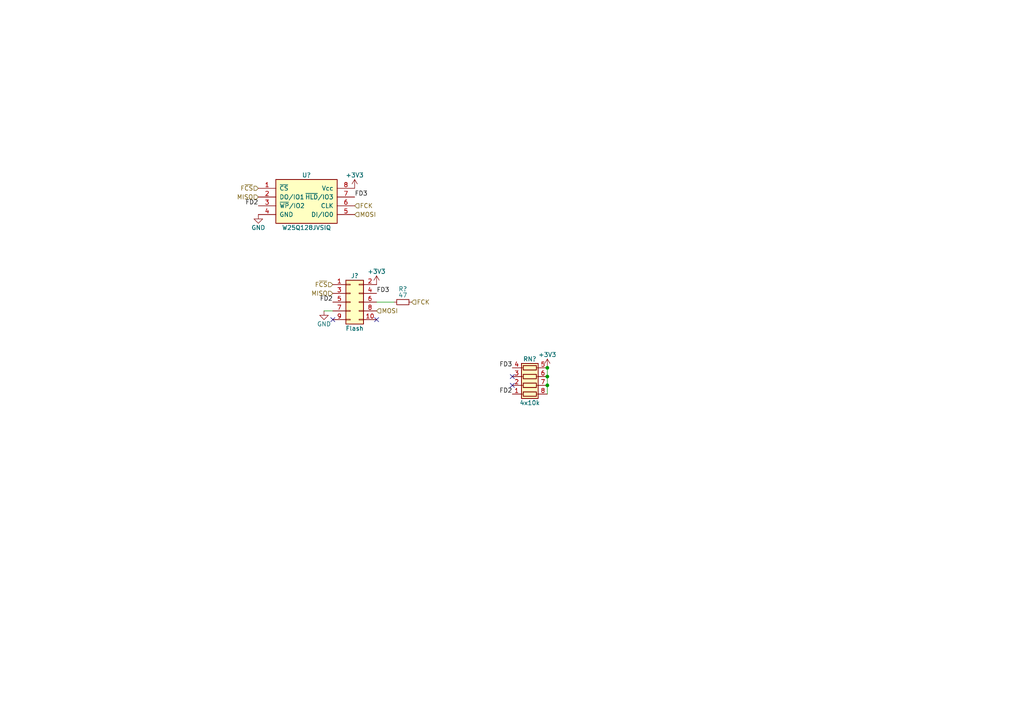
<source format=kicad_sch>
(kicad_sch (version 20211123) (generator eeschema)
  (paper "A4")
  (lib_symbols
    (symbol "Connector_Generic:Conn_02x05_Odd_Even" (pin_names (offset 1.016) hide)
      (property "Reference" "J" (at 1.27 7.62 0))
      (property "Value" "Conn_02x05_Odd_Even" (at 1.27 -7.62 0))
      (symbol "Conn_02x05_Odd_Even_1_1"
        (rectangle (start -1.27 -4.953) (end 0 -5.207) (stroke (width 0.1524)))
        (rectangle (start -1.27 -2.413) (end 0 -2.667) (stroke (width 0.1524)))
        (rectangle (start -1.27 0.127) (end 0 -0.127) (stroke (width 0.1524)))
        (rectangle (start -1.27 2.667) (end 0 2.413) (stroke (width 0.1524)))
        (rectangle (start -1.27 5.207) (end 0 4.953) (stroke (width 0.1524)))
        (rectangle (start -1.27 6.35) (end 3.81 -6.35) (stroke (width 0.254)) (fill (type background)))
        (rectangle (start 3.81 -4.953) (end 2.54 -5.207) (stroke (width 0.1524)))
        (rectangle (start 3.81 -2.413) (end 2.54 -2.667) (stroke (width 0.1524)))
        (rectangle (start 3.81 0.127) (end 2.54 -0.127) (stroke (width 0.1524)))
        (rectangle (start 3.81 2.667) (end 2.54 2.413) (stroke (width 0.1524)))
        (rectangle (start 3.81 5.207) (end 2.54 4.953) (stroke (width 0.1524)))
        (pin passive line (at -5.08 5.08 0) (length 3.81) (name "Pin_1") (number "1"))
        (pin passive line (at 7.62 -5.08 180) (length 3.81) (name "Pin_10") (number "10"))
        (pin passive line (at 7.62 5.08 180) (length 3.81) (name "Pin_2") (number "2"))
        (pin passive line (at -5.08 2.54 0) (length 3.81) (name "Pin_3") (number "3"))
        (pin passive line (at 7.62 2.54 180) (length 3.81) (name "Pin_4") (number "4"))
        (pin passive line (at -5.08 0 0) (length 3.81) (name "Pin_5") (number "5"))
        (pin passive line (at 7.62 0 180) (length 3.81) (name "Pin_6") (number "6"))
        (pin passive line (at -5.08 -2.54 0) (length 3.81) (name "Pin_7") (number "7"))
        (pin passive line (at 7.62 -2.54 180) (length 3.81) (name "Pin_8") (number "8"))
        (pin passive line (at -5.08 -5.08 0) (length 3.81) (name "Pin_9") (number "9"))
      )
    )
    (symbol "Device:R_Pack04" (pin_names (offset 0) hide)
      (property "Reference" "RN" (at -7.62 0 90))
      (property "Value" "R_Pack04" (at 5.08 0 90))
      (symbol "R_Pack04_0_1"
        (rectangle (start -6.35 -2.413) (end 3.81 2.413) (stroke (width 0.254)) (fill (type background)))
        (rectangle (start -5.715 1.905) (end -4.445 -1.905) (stroke (width 0.254)))
        (rectangle (start -3.175 1.905) (end -1.905 -1.905) (stroke (width 0.254)))
        (rectangle (start -0.635 1.905) (end 0.635 -1.905) (stroke (width 0.254)))
        (polyline (pts (xy -5.08 -2.54) (xy -5.08 -1.905)))
        (polyline (pts (xy -5.08 1.905) (xy -5.08 2.54)))
        (polyline (pts (xy -2.54 -2.54) (xy -2.54 -1.905)))
        (polyline (pts (xy -2.54 1.905) (xy -2.54 2.54)))
        (polyline (pts (xy 0 -2.54) (xy 0 -1.905)))
        (polyline (pts (xy 0 1.905) (xy 0 2.54)))
        (polyline (pts (xy 2.54 -2.54) (xy 2.54 -1.905)))
        (polyline (pts (xy 2.54 1.905) (xy 2.54 2.54)))
        (rectangle (start 1.905 1.905) (end 3.175 -1.905) (stroke (width 0.254)))
      )
      (symbol "R_Pack04_1_1"
        (pin passive line (at -5.08 -5.08 90) (length 2.54) (name "R1.1") (number "1"))
        (pin passive line (at -2.54 -5.08 90) (length 2.54) (name "R2.1") (number "2"))
        (pin passive line (at 0 -5.08 90) (length 2.54) (name "R3.1") (number "3"))
        (pin passive line (at 2.54 -5.08 90) (length 2.54) (name "R4.1") (number "4"))
        (pin passive line (at 2.54 5.08 270) (length 2.54) (name "R4.2") (number "5"))
        (pin passive line (at 0 5.08 270) (length 2.54) (name "R3.2") (number "6"))
        (pin passive line (at -2.54 5.08 270) (length 2.54) (name "R2.2") (number "7"))
        (pin passive line (at -5.08 5.08 270) (length 2.54) (name "R1.2") (number "8"))
      )
    )
    (symbol "Device:R_Small" (pin_numbers hide) (pin_names (offset 0.254) hide)
      (property "Reference" "R" (at 0.762 0.508 0))
      (property "Value" "R_Small" (at 0.762 -1.016 0))
      (symbol "R_Small_0_1"
        (rectangle (start -0.762 1.778) (end 0.762 -1.778) (stroke (width 0.2032)))
      )
      (symbol "R_Small_1_1"
        (pin passive line (at 0 2.54 270) (length 0.762) (name "~") (number "1"))
        (pin passive line (at 0 -2.54 90) (length 0.762) (name "~") (number "2"))
      )
    )
    (symbol "GW_RAM:SPIFlash-SO-8" (pin_names (offset 1.016))
      (property "Reference" "U" (at 0 8.89 0))
      (property "Value" "SPIFlash-SO-8" (at 0 -6.35 0))
      (symbol "SPIFlash-SO-8_0_1"
        (rectangle (start -8.89 7.62) (end 8.89 -5.08) (stroke (width 0.254)) (fill (type background)))
      )
      (symbol "SPIFlash-SO-8_1_1"
        (pin input line (at -13.97 5.08 0) (length 5.08) (name "~{CS}") (number "1"))
        (pin bidirectional line (at -13.97 2.54 0) (length 5.08) (name "DO/IO1") (number "2"))
        (pin bidirectional line (at -13.97 0 0) (length 5.08) (name "~{WP}/IO2") (number "3"))
        (pin power_in line (at -13.97 -2.54 0) (length 5.08) (name "GND") (number "4"))
        (pin bidirectional line (at 13.97 -2.54 180) (length 5.08) (name "DI/IO0") (number "5"))
        (pin input line (at 13.97 0 180) (length 5.08) (name "CLK") (number "6"))
        (pin bidirectional line (at 13.97 2.54 180) (length 5.08) (name "~{HLD}/IO3") (number "7"))
        (pin power_in line (at 13.97 5.08 180) (length 5.08) (name "Vcc") (number "8"))
      )
    )
    (symbol "power:+3V3" (power) (pin_names (offset 0))
      (property "Value" "+3V3" (at 0 3.556 0))
      (symbol "+3V3_0_1"
        (polyline (pts (xy -0.762 1.27) (xy 0 2.54)))
        (polyline (pts (xy 0 0) (xy 0 2.54)))
        (polyline (pts (xy 0 2.54) (xy 0.762 1.27)))
      )
      (symbol "+3V3_1_1"
        (pin power_in line (at 0 0 90) (length 0) hide (name "+3V3") (number "1"))
      )
    )
    (symbol "power:GND" (power) (pin_names (offset 0))
      (property "Value" "GND" (at 0 -3.81 0))
      (symbol "GND_0_1"
        (polyline (pts (xy 0 0) (xy 0 -1.27) (xy 1.27 -1.27) (xy 0 -2.54) (xy -1.27 -1.27) (xy 0 -1.27)))
      )
      (symbol "GND_1_1"
        (pin power_in line (at 0 0 270) (length 0) hide (name "GND") (number "1"))
      )
    )
  )
  (junction (at 158.75 106.68))
  (junction (at 158.75 109.22))
  (junction (at 158.75 111.76))
  (no_connect (at 148.59 111.76))
  (no_connect (at 148.59 109.22))
  (no_connect (at 109.22 92.71))
  (no_connect (at 96.52 92.71))
  (wire (pts (xy 114.3 87.63) (xy 109.22 87.63)))
  (wire (pts (xy 158.75 109.22) (xy 158.75 111.76)))
  (wire (pts (xy 158.75 106.68) (xy 158.75 109.22)))
  (wire (pts (xy 93.98 90.17) (xy 96.52 90.17)))
  (wire (pts (xy 158.75 111.76) (xy 158.75 114.3)))
  (label "FD2" (at 148.59 114.3 180))
  (label "FD2" (at 96.52 87.63 180))
  (label "FD3" (at 102.87 57.15 0))
  (label "FD3" (at 148.59 106.68 180))
  (label "FD2" (at 74.93 59.69 180))
  (label "FD3" (at 109.22 85.09 0))
  (hierarchical_label "F~{CS}" (shape input) (at 74.93 54.61 180))
  (hierarchical_label "MISO" (shape input) (at 96.52 85.09 180))
  (hierarchical_label "F~{CS}" (shape input) (at 96.52 82.55 180))
  (hierarchical_label "MOSI" (shape input) (at 102.87 62.23 0))
  (hierarchical_label "MOSI" (shape input) (at 109.22 90.17 0))
  (hierarchical_label "MISO" (shape input) (at 74.93 57.15 180))
  (hierarchical_label "FCK" (shape input) (at 102.87 59.69 0))
  (hierarchical_label "FCK" (shape input) (at 119.38 87.63 0))
  (symbol (lib_id "Device:R_Pack04") (at 153.67 109.22 270) (mirror x) (unit 1)
    (property "Reference" "RN?" (at 153.67 104.14 90))
    (property "Value" "4x10k" (at 153.67 116.84 90))
    (property "Footprint" "stdpads:R4_0402" (effects hide))
    (property "LCSC Part" "C25725" (effects hide))
  )
  (symbol (lib_id "Device:R_Small") (at 116.84 87.63 270) (unit 1)
    (property "Reference" "R?" (at 116.84 83.82 90))
    (property "Value" "47" (at 116.84 86.36 90) (effects (justify bottom)))
    (property "Footprint" "stdpads:R_0603" (effects hide))
  )
  (symbol (lib_id "GW_RAM:SPIFlash-SO-8") (at 88.9 59.69 0) (unit 1)
    (property "Reference" "U?" (at 88.9 50.8 0))
    (property "Value" "W25Q128JVSIQ" (at 88.9 66.04 0))
    (property "Footprint" "stdpads:SOIC-8_5.3mm" (effects hide))
    (property "LCSC Part" "C164122" (effects hide))
  )
  (symbol (lib_id "power:+3V3") (at 158.75 106.68 0) (mirror y) (unit 1)
    (property "Reference" "#PWR?" (effects hide))
    (property "Value" "+3V3" (at 158.75 102.87 0))
  )
  (symbol (lib_id "power:+3V3") (at 109.22 82.55 0) (unit 1)
    (property "Reference" "#PWR?" (effects hide))
    (property "Value" "+3V3" (at 109.22 78.74 0))
  )
  (symbol (lib_id "Connector_Generic:Conn_02x05_Odd_Even") (at 101.6 87.63 0) (unit 1)
    (property "Reference" "J?" (at 102.87 80.01 0))
    (property "Value" "Flash" (at 102.87 95.25 0))
    (property "Footprint" "Connector:Tag-Connect_TC2050-IDC-FP_2x05_P1.27mm_Vertical" (effects hide))
  )
  (symbol (lib_id "power:+3V3") (at 102.87 54.61 0) (unit 1)
    (property "Reference" "#PWR?" (effects hide))
    (property "Value" "+3V3" (at 102.87 50.8 0))
  )
  (symbol (lib_id "power:GND") (at 74.93 62.23 0) (unit 1)
    (property "Reference" "#PWR?" (effects hide))
    (property "Value" "GND" (at 74.93 66.04 0))
  )
  (symbol (lib_id "power:GND") (at 93.98 90.17 0) (unit 1)
    (property "Reference" "#PWR?" (effects hide))
    (property "Value" "GND" (at 93.98 93.98 0))
  )
)
</source>
